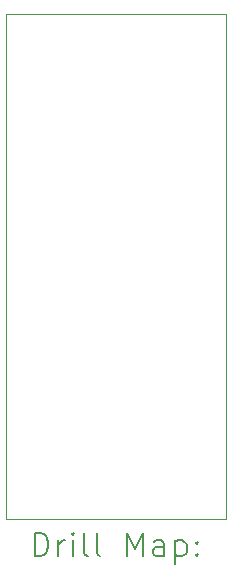
<source format=gbr>
%TF.GenerationSoftware,KiCad,Pcbnew,7.0.1*%
%TF.CreationDate,2024-12-23T01:12:33-08:00*%
%TF.ProjectId,SOP32-DIP32_adapter,534f5033-322d-4444-9950-33325f616461,rev?*%
%TF.SameCoordinates,Original*%
%TF.FileFunction,Drillmap*%
%TF.FilePolarity,Positive*%
%FSLAX45Y45*%
G04 Gerber Fmt 4.5, Leading zero omitted, Abs format (unit mm)*
G04 Created by KiCad (PCBNEW 7.0.1) date 2024-12-23 01:12:33*
%MOMM*%
%LPD*%
G01*
G04 APERTURE LIST*
%ADD10C,0.100000*%
%ADD11C,0.200000*%
G04 APERTURE END LIST*
D10*
X11800000Y-11800000D02*
X9940000Y-11800000D01*
X9940000Y-11800000D02*
X9940000Y-7530000D01*
X9940000Y-7530000D02*
X10000000Y-7530000D01*
X11800000Y-7530000D02*
X11800000Y-11800000D01*
X10000000Y-7530000D02*
X11800000Y-7530000D01*
D11*
X10182619Y-12117524D02*
X10182619Y-11917524D01*
X10182619Y-11917524D02*
X10230238Y-11917524D01*
X10230238Y-11917524D02*
X10258810Y-11927048D01*
X10258810Y-11927048D02*
X10277857Y-11946095D01*
X10277857Y-11946095D02*
X10287381Y-11965143D01*
X10287381Y-11965143D02*
X10296905Y-12003238D01*
X10296905Y-12003238D02*
X10296905Y-12031809D01*
X10296905Y-12031809D02*
X10287381Y-12069905D01*
X10287381Y-12069905D02*
X10277857Y-12088952D01*
X10277857Y-12088952D02*
X10258810Y-12108000D01*
X10258810Y-12108000D02*
X10230238Y-12117524D01*
X10230238Y-12117524D02*
X10182619Y-12117524D01*
X10382619Y-12117524D02*
X10382619Y-11984190D01*
X10382619Y-12022286D02*
X10392143Y-12003238D01*
X10392143Y-12003238D02*
X10401667Y-11993714D01*
X10401667Y-11993714D02*
X10420714Y-11984190D01*
X10420714Y-11984190D02*
X10439762Y-11984190D01*
X10506429Y-12117524D02*
X10506429Y-11984190D01*
X10506429Y-11917524D02*
X10496905Y-11927048D01*
X10496905Y-11927048D02*
X10506429Y-11936571D01*
X10506429Y-11936571D02*
X10515952Y-11927048D01*
X10515952Y-11927048D02*
X10506429Y-11917524D01*
X10506429Y-11917524D02*
X10506429Y-11936571D01*
X10630238Y-12117524D02*
X10611190Y-12108000D01*
X10611190Y-12108000D02*
X10601667Y-12088952D01*
X10601667Y-12088952D02*
X10601667Y-11917524D01*
X10735000Y-12117524D02*
X10715952Y-12108000D01*
X10715952Y-12108000D02*
X10706429Y-12088952D01*
X10706429Y-12088952D02*
X10706429Y-11917524D01*
X10963571Y-12117524D02*
X10963571Y-11917524D01*
X10963571Y-11917524D02*
X11030238Y-12060381D01*
X11030238Y-12060381D02*
X11096905Y-11917524D01*
X11096905Y-11917524D02*
X11096905Y-12117524D01*
X11277857Y-12117524D02*
X11277857Y-12012762D01*
X11277857Y-12012762D02*
X11268333Y-11993714D01*
X11268333Y-11993714D02*
X11249286Y-11984190D01*
X11249286Y-11984190D02*
X11211190Y-11984190D01*
X11211190Y-11984190D02*
X11192143Y-11993714D01*
X11277857Y-12108000D02*
X11258809Y-12117524D01*
X11258809Y-12117524D02*
X11211190Y-12117524D01*
X11211190Y-12117524D02*
X11192143Y-12108000D01*
X11192143Y-12108000D02*
X11182619Y-12088952D01*
X11182619Y-12088952D02*
X11182619Y-12069905D01*
X11182619Y-12069905D02*
X11192143Y-12050857D01*
X11192143Y-12050857D02*
X11211190Y-12041333D01*
X11211190Y-12041333D02*
X11258809Y-12041333D01*
X11258809Y-12041333D02*
X11277857Y-12031809D01*
X11373095Y-11984190D02*
X11373095Y-12184190D01*
X11373095Y-11993714D02*
X11392143Y-11984190D01*
X11392143Y-11984190D02*
X11430238Y-11984190D01*
X11430238Y-11984190D02*
X11449286Y-11993714D01*
X11449286Y-11993714D02*
X11458809Y-12003238D01*
X11458809Y-12003238D02*
X11468333Y-12022286D01*
X11468333Y-12022286D02*
X11468333Y-12079428D01*
X11468333Y-12079428D02*
X11458809Y-12098476D01*
X11458809Y-12098476D02*
X11449286Y-12108000D01*
X11449286Y-12108000D02*
X11430238Y-12117524D01*
X11430238Y-12117524D02*
X11392143Y-12117524D01*
X11392143Y-12117524D02*
X11373095Y-12108000D01*
X11554048Y-12098476D02*
X11563571Y-12108000D01*
X11563571Y-12108000D02*
X11554048Y-12117524D01*
X11554048Y-12117524D02*
X11544524Y-12108000D01*
X11544524Y-12108000D02*
X11554048Y-12098476D01*
X11554048Y-12098476D02*
X11554048Y-12117524D01*
X11554048Y-11993714D02*
X11563571Y-12003238D01*
X11563571Y-12003238D02*
X11554048Y-12012762D01*
X11554048Y-12012762D02*
X11544524Y-12003238D01*
X11544524Y-12003238D02*
X11554048Y-11993714D01*
X11554048Y-11993714D02*
X11554048Y-12012762D01*
M02*

</source>
